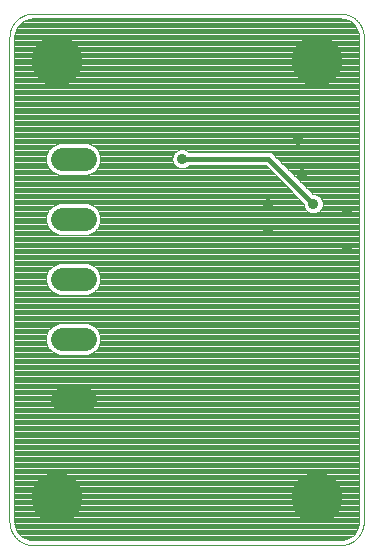
<source format=gbl>
G75*
%MOIN*%
%OFA0B0*%
%FSLAX25Y25*%
%IPPOS*%
%LPD*%
%AMOC8*
5,1,8,0,0,1.08239X$1,22.5*
%
%ADD10C,0.00394*%
%ADD11C,0.07677*%
%ADD12C,0.03562*%
%ADD13C,0.00400*%
%ADD14C,0.16992*%
%ADD15C,0.01600*%
D10*
X0033230Y0040429D02*
X0033230Y0201846D01*
X0033232Y0202036D01*
X0033239Y0202226D01*
X0033251Y0202416D01*
X0033267Y0202606D01*
X0033287Y0202795D01*
X0033313Y0202984D01*
X0033342Y0203172D01*
X0033377Y0203359D01*
X0033416Y0203545D01*
X0033459Y0203730D01*
X0033507Y0203915D01*
X0033559Y0204098D01*
X0033615Y0204279D01*
X0033676Y0204459D01*
X0033742Y0204638D01*
X0033811Y0204815D01*
X0033885Y0204991D01*
X0033963Y0205164D01*
X0034046Y0205336D01*
X0034132Y0205505D01*
X0034222Y0205673D01*
X0034317Y0205838D01*
X0034415Y0206001D01*
X0034518Y0206161D01*
X0034624Y0206319D01*
X0034734Y0206474D01*
X0034847Y0206627D01*
X0034965Y0206777D01*
X0035086Y0206923D01*
X0035210Y0207067D01*
X0035338Y0207208D01*
X0035469Y0207346D01*
X0035604Y0207481D01*
X0035742Y0207612D01*
X0035883Y0207740D01*
X0036027Y0207864D01*
X0036173Y0207985D01*
X0036323Y0208103D01*
X0036476Y0208216D01*
X0036631Y0208326D01*
X0036789Y0208432D01*
X0036949Y0208535D01*
X0037112Y0208633D01*
X0037277Y0208728D01*
X0037445Y0208818D01*
X0037614Y0208904D01*
X0037786Y0208987D01*
X0037959Y0209065D01*
X0038135Y0209139D01*
X0038312Y0209208D01*
X0038491Y0209274D01*
X0038671Y0209335D01*
X0038852Y0209391D01*
X0039035Y0209443D01*
X0039220Y0209491D01*
X0039405Y0209534D01*
X0039591Y0209573D01*
X0039778Y0209608D01*
X0039966Y0209637D01*
X0040155Y0209663D01*
X0040344Y0209683D01*
X0040534Y0209699D01*
X0040724Y0209711D01*
X0040914Y0209718D01*
X0041104Y0209720D01*
X0143466Y0209720D01*
X0143656Y0209718D01*
X0143846Y0209711D01*
X0144036Y0209699D01*
X0144226Y0209683D01*
X0144415Y0209663D01*
X0144604Y0209637D01*
X0144792Y0209608D01*
X0144979Y0209573D01*
X0145165Y0209534D01*
X0145350Y0209491D01*
X0145535Y0209443D01*
X0145718Y0209391D01*
X0145899Y0209335D01*
X0146079Y0209274D01*
X0146258Y0209208D01*
X0146435Y0209139D01*
X0146611Y0209065D01*
X0146784Y0208987D01*
X0146956Y0208904D01*
X0147125Y0208818D01*
X0147293Y0208728D01*
X0147458Y0208633D01*
X0147621Y0208535D01*
X0147781Y0208432D01*
X0147939Y0208326D01*
X0148094Y0208216D01*
X0148247Y0208103D01*
X0148397Y0207985D01*
X0148543Y0207864D01*
X0148687Y0207740D01*
X0148828Y0207612D01*
X0148966Y0207481D01*
X0149101Y0207346D01*
X0149232Y0207208D01*
X0149360Y0207067D01*
X0149484Y0206923D01*
X0149605Y0206777D01*
X0149723Y0206627D01*
X0149836Y0206474D01*
X0149946Y0206319D01*
X0150052Y0206161D01*
X0150155Y0206001D01*
X0150253Y0205838D01*
X0150348Y0205673D01*
X0150438Y0205505D01*
X0150524Y0205336D01*
X0150607Y0205164D01*
X0150685Y0204991D01*
X0150759Y0204815D01*
X0150828Y0204638D01*
X0150894Y0204459D01*
X0150955Y0204279D01*
X0151011Y0204098D01*
X0151063Y0203915D01*
X0151111Y0203730D01*
X0151154Y0203545D01*
X0151193Y0203359D01*
X0151228Y0203172D01*
X0151257Y0202984D01*
X0151283Y0202795D01*
X0151303Y0202606D01*
X0151319Y0202416D01*
X0151331Y0202226D01*
X0151338Y0202036D01*
X0151340Y0201846D01*
X0151340Y0040429D01*
X0151338Y0040239D01*
X0151331Y0040049D01*
X0151319Y0039859D01*
X0151303Y0039669D01*
X0151283Y0039480D01*
X0151257Y0039291D01*
X0151228Y0039103D01*
X0151193Y0038916D01*
X0151154Y0038730D01*
X0151111Y0038545D01*
X0151063Y0038360D01*
X0151011Y0038177D01*
X0150955Y0037996D01*
X0150894Y0037816D01*
X0150828Y0037637D01*
X0150759Y0037460D01*
X0150685Y0037284D01*
X0150607Y0037111D01*
X0150524Y0036939D01*
X0150438Y0036770D01*
X0150348Y0036602D01*
X0150253Y0036437D01*
X0150155Y0036274D01*
X0150052Y0036114D01*
X0149946Y0035956D01*
X0149836Y0035801D01*
X0149723Y0035648D01*
X0149605Y0035498D01*
X0149484Y0035352D01*
X0149360Y0035208D01*
X0149232Y0035067D01*
X0149101Y0034929D01*
X0148966Y0034794D01*
X0148828Y0034663D01*
X0148687Y0034535D01*
X0148543Y0034411D01*
X0148397Y0034290D01*
X0148247Y0034172D01*
X0148094Y0034059D01*
X0147939Y0033949D01*
X0147781Y0033843D01*
X0147621Y0033740D01*
X0147458Y0033642D01*
X0147293Y0033547D01*
X0147125Y0033457D01*
X0146956Y0033371D01*
X0146784Y0033288D01*
X0146611Y0033210D01*
X0146435Y0033136D01*
X0146258Y0033067D01*
X0146079Y0033001D01*
X0145899Y0032940D01*
X0145718Y0032884D01*
X0145535Y0032832D01*
X0145350Y0032784D01*
X0145165Y0032741D01*
X0144979Y0032702D01*
X0144792Y0032667D01*
X0144604Y0032638D01*
X0144415Y0032612D01*
X0144226Y0032592D01*
X0144036Y0032576D01*
X0143846Y0032564D01*
X0143656Y0032557D01*
X0143466Y0032555D01*
X0041104Y0032555D01*
X0040914Y0032557D01*
X0040724Y0032564D01*
X0040534Y0032576D01*
X0040344Y0032592D01*
X0040155Y0032612D01*
X0039966Y0032638D01*
X0039778Y0032667D01*
X0039591Y0032702D01*
X0039405Y0032741D01*
X0039220Y0032784D01*
X0039035Y0032832D01*
X0038852Y0032884D01*
X0038671Y0032940D01*
X0038491Y0033001D01*
X0038312Y0033067D01*
X0038135Y0033136D01*
X0037959Y0033210D01*
X0037786Y0033288D01*
X0037614Y0033371D01*
X0037445Y0033457D01*
X0037277Y0033547D01*
X0037112Y0033642D01*
X0036949Y0033740D01*
X0036789Y0033843D01*
X0036631Y0033949D01*
X0036476Y0034059D01*
X0036323Y0034172D01*
X0036173Y0034290D01*
X0036027Y0034411D01*
X0035883Y0034535D01*
X0035742Y0034663D01*
X0035604Y0034794D01*
X0035469Y0034929D01*
X0035338Y0035067D01*
X0035210Y0035208D01*
X0035086Y0035352D01*
X0034965Y0035498D01*
X0034847Y0035648D01*
X0034734Y0035801D01*
X0034624Y0035956D01*
X0034518Y0036114D01*
X0034415Y0036274D01*
X0034317Y0036437D01*
X0034222Y0036602D01*
X0034132Y0036770D01*
X0034046Y0036939D01*
X0033963Y0037111D01*
X0033885Y0037284D01*
X0033811Y0037460D01*
X0033742Y0037637D01*
X0033676Y0037816D01*
X0033615Y0037996D01*
X0033559Y0038177D01*
X0033507Y0038360D01*
X0033459Y0038545D01*
X0033416Y0038730D01*
X0033377Y0038916D01*
X0033342Y0039103D01*
X0033313Y0039291D01*
X0033287Y0039480D01*
X0033267Y0039669D01*
X0033251Y0039859D01*
X0033239Y0040049D01*
X0033232Y0040239D01*
X0033230Y0040429D01*
D11*
X0050642Y0081305D02*
X0058319Y0081305D01*
X0058319Y0101305D02*
X0050642Y0101305D01*
X0050642Y0121305D02*
X0058319Y0121305D01*
X0058319Y0141305D02*
X0050642Y0141305D01*
X0050642Y0161305D02*
X0058319Y0161305D01*
D12*
X0090730Y0161305D03*
X0119480Y0146305D03*
X0119480Y0137555D03*
X0130730Y0156305D03*
X0134480Y0146305D03*
X0145730Y0143805D03*
X0145730Y0131305D03*
X0129480Y0167555D03*
D13*
X0034904Y0039447D02*
X0035511Y0037579D01*
X0036666Y0035991D01*
X0038254Y0034836D01*
X0040122Y0034229D01*
X0041104Y0034152D01*
X0143466Y0034152D01*
X0144448Y0034229D01*
X0146316Y0034836D01*
X0147905Y0035991D01*
X0149059Y0037579D01*
X0149666Y0039447D01*
X0149744Y0040429D01*
X0149744Y0201846D01*
X0149666Y0202828D01*
X0149059Y0204696D01*
X0147905Y0206285D01*
X0146316Y0207439D01*
X0144448Y0208046D01*
X0143466Y0208124D01*
X0041104Y0208124D01*
X0040122Y0208046D01*
X0038254Y0207439D01*
X0036666Y0206285D01*
X0035511Y0204696D01*
X0034904Y0202828D01*
X0034827Y0201846D01*
X0034827Y0040429D01*
X0034904Y0039447D01*
X0034942Y0039330D02*
X0149628Y0039330D01*
X0149688Y0039728D02*
X0034882Y0039728D01*
X0034851Y0040127D02*
X0149720Y0040127D01*
X0149744Y0040525D02*
X0034827Y0040525D01*
X0034827Y0040924D02*
X0149744Y0040924D01*
X0149744Y0041322D02*
X0034827Y0041322D01*
X0034827Y0041721D02*
X0149744Y0041721D01*
X0149744Y0042119D02*
X0034827Y0042119D01*
X0034827Y0042518D02*
X0149744Y0042518D01*
X0149744Y0042916D02*
X0034827Y0042916D01*
X0034827Y0043315D02*
X0149744Y0043315D01*
X0149744Y0043713D02*
X0034827Y0043713D01*
X0034827Y0044112D02*
X0149744Y0044112D01*
X0149744Y0044510D02*
X0034827Y0044510D01*
X0034827Y0044909D02*
X0149744Y0044909D01*
X0149744Y0045307D02*
X0034827Y0045307D01*
X0034827Y0045706D02*
X0149744Y0045706D01*
X0149744Y0046105D02*
X0034827Y0046105D01*
X0034827Y0046503D02*
X0149744Y0046503D01*
X0149744Y0046902D02*
X0034827Y0046902D01*
X0034827Y0047300D02*
X0149744Y0047300D01*
X0149744Y0047699D02*
X0034827Y0047699D01*
X0034827Y0048097D02*
X0149744Y0048097D01*
X0149744Y0048496D02*
X0034827Y0048496D01*
X0034827Y0048894D02*
X0149744Y0048894D01*
X0149744Y0049293D02*
X0034827Y0049293D01*
X0034827Y0049691D02*
X0149744Y0049691D01*
X0149744Y0050090D02*
X0034827Y0050090D01*
X0034827Y0050488D02*
X0149744Y0050488D01*
X0149744Y0050887D02*
X0034827Y0050887D01*
X0034827Y0051285D02*
X0149744Y0051285D01*
X0149744Y0051684D02*
X0034827Y0051684D01*
X0034827Y0052082D02*
X0149744Y0052082D01*
X0149744Y0052481D02*
X0034827Y0052481D01*
X0034827Y0052879D02*
X0149744Y0052879D01*
X0149744Y0053278D02*
X0034827Y0053278D01*
X0034827Y0053676D02*
X0149744Y0053676D01*
X0149744Y0054075D02*
X0034827Y0054075D01*
X0034827Y0054473D02*
X0149744Y0054473D01*
X0149744Y0054872D02*
X0034827Y0054872D01*
X0034827Y0055270D02*
X0149744Y0055270D01*
X0149744Y0055669D02*
X0034827Y0055669D01*
X0034827Y0056067D02*
X0149744Y0056067D01*
X0149744Y0056466D02*
X0034827Y0056466D01*
X0034827Y0056864D02*
X0149744Y0056864D01*
X0149744Y0057263D02*
X0034827Y0057263D01*
X0034827Y0057661D02*
X0149744Y0057661D01*
X0149744Y0058060D02*
X0034827Y0058060D01*
X0034827Y0058458D02*
X0149744Y0058458D01*
X0149744Y0058857D02*
X0034827Y0058857D01*
X0034827Y0059255D02*
X0149744Y0059255D01*
X0149744Y0059654D02*
X0034827Y0059654D01*
X0034827Y0060052D02*
X0149744Y0060052D01*
X0149744Y0060451D02*
X0034827Y0060451D01*
X0034827Y0060849D02*
X0149744Y0060849D01*
X0149744Y0061248D02*
X0034827Y0061248D01*
X0034827Y0061646D02*
X0149744Y0061646D01*
X0149744Y0062045D02*
X0034827Y0062045D01*
X0034827Y0062443D02*
X0149744Y0062443D01*
X0149744Y0062842D02*
X0034827Y0062842D01*
X0034827Y0063241D02*
X0149744Y0063241D01*
X0149744Y0063639D02*
X0034827Y0063639D01*
X0034827Y0064038D02*
X0149744Y0064038D01*
X0149744Y0064436D02*
X0034827Y0064436D01*
X0034827Y0064835D02*
X0149744Y0064835D01*
X0149744Y0065233D02*
X0034827Y0065233D01*
X0034827Y0065632D02*
X0149744Y0065632D01*
X0149744Y0066030D02*
X0034827Y0066030D01*
X0034827Y0066429D02*
X0149744Y0066429D01*
X0149744Y0066827D02*
X0034827Y0066827D01*
X0034827Y0067226D02*
X0149744Y0067226D01*
X0149744Y0067624D02*
X0034827Y0067624D01*
X0034827Y0068023D02*
X0149744Y0068023D01*
X0149744Y0068421D02*
X0034827Y0068421D01*
X0034827Y0068820D02*
X0149744Y0068820D01*
X0149744Y0069218D02*
X0034827Y0069218D01*
X0034827Y0069617D02*
X0149744Y0069617D01*
X0149744Y0070015D02*
X0034827Y0070015D01*
X0034827Y0070414D02*
X0149744Y0070414D01*
X0149744Y0070812D02*
X0034827Y0070812D01*
X0034827Y0071211D02*
X0149744Y0071211D01*
X0149744Y0071609D02*
X0034827Y0071609D01*
X0034827Y0072008D02*
X0149744Y0072008D01*
X0149744Y0072406D02*
X0034827Y0072406D01*
X0034827Y0072805D02*
X0149744Y0072805D01*
X0149744Y0073203D02*
X0034827Y0073203D01*
X0034827Y0073602D02*
X0149744Y0073602D01*
X0149744Y0074000D02*
X0034827Y0074000D01*
X0034827Y0074399D02*
X0149744Y0074399D01*
X0149744Y0074797D02*
X0034827Y0074797D01*
X0034827Y0075196D02*
X0149744Y0075196D01*
X0149744Y0075594D02*
X0034827Y0075594D01*
X0034827Y0075993D02*
X0149744Y0075993D01*
X0149744Y0076391D02*
X0034827Y0076391D01*
X0034827Y0076790D02*
X0149744Y0076790D01*
X0149744Y0077188D02*
X0034827Y0077188D01*
X0034827Y0077587D02*
X0149744Y0077587D01*
X0149744Y0077985D02*
X0034827Y0077985D01*
X0034827Y0078384D02*
X0149744Y0078384D01*
X0149744Y0078782D02*
X0034827Y0078782D01*
X0034827Y0079181D02*
X0149744Y0079181D01*
X0149744Y0079579D02*
X0034827Y0079579D01*
X0034827Y0079978D02*
X0149744Y0079978D01*
X0149744Y0080376D02*
X0034827Y0080376D01*
X0034827Y0080775D02*
X0149744Y0080775D01*
X0149744Y0081174D02*
X0034827Y0081174D01*
X0034827Y0081572D02*
X0149744Y0081572D01*
X0149744Y0081971D02*
X0034827Y0081971D01*
X0034827Y0082369D02*
X0149744Y0082369D01*
X0149744Y0082768D02*
X0034827Y0082768D01*
X0034827Y0083166D02*
X0149744Y0083166D01*
X0149744Y0083565D02*
X0034827Y0083565D01*
X0034827Y0083963D02*
X0149744Y0083963D01*
X0149744Y0084362D02*
X0034827Y0084362D01*
X0034827Y0084760D02*
X0149744Y0084760D01*
X0149744Y0085159D02*
X0034827Y0085159D01*
X0034827Y0085557D02*
X0149744Y0085557D01*
X0149744Y0085956D02*
X0034827Y0085956D01*
X0034827Y0086354D02*
X0149744Y0086354D01*
X0149744Y0086753D02*
X0034827Y0086753D01*
X0034827Y0087151D02*
X0149744Y0087151D01*
X0149744Y0087550D02*
X0034827Y0087550D01*
X0034827Y0087948D02*
X0149744Y0087948D01*
X0149744Y0088347D02*
X0034827Y0088347D01*
X0034827Y0088745D02*
X0149744Y0088745D01*
X0149744Y0089144D02*
X0034827Y0089144D01*
X0034827Y0089542D02*
X0149744Y0089542D01*
X0149744Y0089941D02*
X0034827Y0089941D01*
X0034827Y0090339D02*
X0149744Y0090339D01*
X0149744Y0090738D02*
X0034827Y0090738D01*
X0034827Y0091136D02*
X0149744Y0091136D01*
X0149744Y0091535D02*
X0034827Y0091535D01*
X0034827Y0091933D02*
X0149744Y0091933D01*
X0149744Y0092332D02*
X0034827Y0092332D01*
X0034827Y0092730D02*
X0149744Y0092730D01*
X0149744Y0093129D02*
X0034827Y0093129D01*
X0034827Y0093527D02*
X0149744Y0093527D01*
X0149744Y0093926D02*
X0034827Y0093926D01*
X0034827Y0094324D02*
X0149744Y0094324D01*
X0149744Y0094723D02*
X0034827Y0094723D01*
X0034827Y0095121D02*
X0149744Y0095121D01*
X0149744Y0095520D02*
X0034827Y0095520D01*
X0034827Y0095918D02*
X0149744Y0095918D01*
X0149744Y0096317D02*
X0059965Y0096317D01*
X0059361Y0096067D02*
X0061286Y0096864D01*
X0062760Y0098338D01*
X0063557Y0100263D01*
X0063557Y0102347D01*
X0062760Y0104273D01*
X0061286Y0105746D01*
X0059361Y0106544D01*
X0049600Y0106544D01*
X0047674Y0105746D01*
X0046201Y0104273D01*
X0045403Y0102347D01*
X0045403Y0100263D01*
X0046201Y0098338D01*
X0047674Y0096864D01*
X0049600Y0096067D01*
X0059361Y0096067D01*
X0060927Y0096715D02*
X0149744Y0096715D01*
X0149744Y0097114D02*
X0061536Y0097114D01*
X0061935Y0097512D02*
X0149744Y0097512D01*
X0149744Y0097911D02*
X0062333Y0097911D01*
X0062732Y0098309D02*
X0149744Y0098309D01*
X0149744Y0098708D02*
X0062913Y0098708D01*
X0063078Y0099107D02*
X0149744Y0099107D01*
X0149744Y0099505D02*
X0063243Y0099505D01*
X0063408Y0099904D02*
X0149744Y0099904D01*
X0149744Y0100302D02*
X0063557Y0100302D01*
X0063557Y0100701D02*
X0149744Y0100701D01*
X0149744Y0101099D02*
X0063557Y0101099D01*
X0063557Y0101498D02*
X0149744Y0101498D01*
X0149744Y0101896D02*
X0063557Y0101896D01*
X0063557Y0102295D02*
X0149744Y0102295D01*
X0149744Y0102693D02*
X0063414Y0102693D01*
X0063249Y0103092D02*
X0149744Y0103092D01*
X0149744Y0103490D02*
X0063084Y0103490D01*
X0062919Y0103889D02*
X0149744Y0103889D01*
X0149744Y0104287D02*
X0062745Y0104287D01*
X0062347Y0104686D02*
X0149744Y0104686D01*
X0149744Y0105084D02*
X0061948Y0105084D01*
X0061550Y0105483D02*
X0149744Y0105483D01*
X0149744Y0105881D02*
X0060960Y0105881D01*
X0059998Y0106280D02*
X0149744Y0106280D01*
X0149744Y0106678D02*
X0034827Y0106678D01*
X0034827Y0106280D02*
X0048962Y0106280D01*
X0048000Y0105881D02*
X0034827Y0105881D01*
X0034827Y0105483D02*
X0047411Y0105483D01*
X0047012Y0105084D02*
X0034827Y0105084D01*
X0034827Y0104686D02*
X0046614Y0104686D01*
X0046215Y0104287D02*
X0034827Y0104287D01*
X0034827Y0103889D02*
X0046042Y0103889D01*
X0045876Y0103490D02*
X0034827Y0103490D01*
X0034827Y0103092D02*
X0045711Y0103092D01*
X0045546Y0102693D02*
X0034827Y0102693D01*
X0034827Y0102295D02*
X0045403Y0102295D01*
X0045403Y0101896D02*
X0034827Y0101896D01*
X0034827Y0101498D02*
X0045403Y0101498D01*
X0045403Y0101099D02*
X0034827Y0101099D01*
X0034827Y0100701D02*
X0045403Y0100701D01*
X0045403Y0100302D02*
X0034827Y0100302D01*
X0034827Y0099904D02*
X0045552Y0099904D01*
X0045717Y0099505D02*
X0034827Y0099505D01*
X0034827Y0099107D02*
X0045882Y0099107D01*
X0046047Y0098708D02*
X0034827Y0098708D01*
X0034827Y0098309D02*
X0046229Y0098309D01*
X0046627Y0097911D02*
X0034827Y0097911D01*
X0034827Y0097512D02*
X0047026Y0097512D01*
X0047424Y0097114D02*
X0034827Y0097114D01*
X0034827Y0096715D02*
X0048033Y0096715D01*
X0048995Y0096317D02*
X0034827Y0096317D01*
X0034827Y0107077D02*
X0149744Y0107077D01*
X0149744Y0107475D02*
X0034827Y0107475D01*
X0034827Y0107874D02*
X0149744Y0107874D01*
X0149744Y0108272D02*
X0034827Y0108272D01*
X0034827Y0108671D02*
X0149744Y0108671D01*
X0149744Y0109069D02*
X0034827Y0109069D01*
X0034827Y0109468D02*
X0149744Y0109468D01*
X0149744Y0109866D02*
X0034827Y0109866D01*
X0034827Y0110265D02*
X0149744Y0110265D01*
X0149744Y0110663D02*
X0034827Y0110663D01*
X0034827Y0111062D02*
X0149744Y0111062D01*
X0149744Y0111460D02*
X0034827Y0111460D01*
X0034827Y0111859D02*
X0149744Y0111859D01*
X0149744Y0112257D02*
X0034827Y0112257D01*
X0034827Y0112656D02*
X0149744Y0112656D01*
X0149744Y0113054D02*
X0034827Y0113054D01*
X0034827Y0113453D02*
X0149744Y0113453D01*
X0149744Y0113851D02*
X0034827Y0113851D01*
X0034827Y0114250D02*
X0149744Y0114250D01*
X0149744Y0114648D02*
X0034827Y0114648D01*
X0034827Y0115047D02*
X0149744Y0115047D01*
X0149744Y0115445D02*
X0034827Y0115445D01*
X0034827Y0115844D02*
X0149744Y0115844D01*
X0149744Y0116243D02*
X0059786Y0116243D01*
X0059361Y0116067D02*
X0061286Y0116864D01*
X0062760Y0118338D01*
X0063557Y0120263D01*
X0063557Y0122347D01*
X0062760Y0124273D01*
X0061286Y0125746D01*
X0059361Y0126544D01*
X0049600Y0126544D01*
X0047674Y0125746D01*
X0046201Y0124273D01*
X0045403Y0122347D01*
X0045403Y0120263D01*
X0046201Y0118338D01*
X0047674Y0116864D01*
X0049600Y0116067D01*
X0059361Y0116067D01*
X0060748Y0116641D02*
X0149744Y0116641D01*
X0149744Y0117040D02*
X0061462Y0117040D01*
X0061860Y0117438D02*
X0149744Y0117438D01*
X0149744Y0117837D02*
X0062259Y0117837D01*
X0062657Y0118235D02*
X0149744Y0118235D01*
X0149744Y0118634D02*
X0062882Y0118634D01*
X0063047Y0119032D02*
X0149744Y0119032D01*
X0149744Y0119431D02*
X0063212Y0119431D01*
X0063378Y0119829D02*
X0149744Y0119829D01*
X0149744Y0120228D02*
X0063543Y0120228D01*
X0063557Y0120626D02*
X0149744Y0120626D01*
X0149744Y0121025D02*
X0063557Y0121025D01*
X0063557Y0121423D02*
X0149744Y0121423D01*
X0149744Y0121822D02*
X0063557Y0121822D01*
X0063557Y0122220D02*
X0149744Y0122220D01*
X0149744Y0122619D02*
X0063445Y0122619D01*
X0063280Y0123017D02*
X0149744Y0123017D01*
X0149744Y0123416D02*
X0063115Y0123416D01*
X0062950Y0123814D02*
X0149744Y0123814D01*
X0149744Y0124213D02*
X0062785Y0124213D01*
X0062421Y0124611D02*
X0149744Y0124611D01*
X0149744Y0125010D02*
X0062023Y0125010D01*
X0061624Y0125408D02*
X0149744Y0125408D01*
X0149744Y0125807D02*
X0061140Y0125807D01*
X0060178Y0126205D02*
X0149744Y0126205D01*
X0149744Y0126604D02*
X0034827Y0126604D01*
X0034827Y0127002D02*
X0149744Y0127002D01*
X0149744Y0127401D02*
X0034827Y0127401D01*
X0034827Y0127799D02*
X0149744Y0127799D01*
X0149744Y0128198D02*
X0034827Y0128198D01*
X0034827Y0128596D02*
X0149744Y0128596D01*
X0149744Y0128995D02*
X0034827Y0128995D01*
X0034827Y0129393D02*
X0149744Y0129393D01*
X0149744Y0129792D02*
X0034827Y0129792D01*
X0034827Y0130190D02*
X0149744Y0130190D01*
X0149744Y0130589D02*
X0034827Y0130589D01*
X0034827Y0130987D02*
X0149744Y0130987D01*
X0149744Y0131386D02*
X0034827Y0131386D01*
X0034827Y0131784D02*
X0149744Y0131784D01*
X0149744Y0132183D02*
X0034827Y0132183D01*
X0034827Y0132581D02*
X0149744Y0132581D01*
X0149744Y0132980D02*
X0034827Y0132980D01*
X0034827Y0133378D02*
X0149744Y0133378D01*
X0149744Y0133777D02*
X0034827Y0133777D01*
X0034827Y0134176D02*
X0149744Y0134176D01*
X0149744Y0134574D02*
X0034827Y0134574D01*
X0034827Y0134973D02*
X0149744Y0134973D01*
X0149744Y0135371D02*
X0034827Y0135371D01*
X0034827Y0135770D02*
X0149744Y0135770D01*
X0149744Y0136168D02*
X0059606Y0136168D01*
X0059361Y0136067D02*
X0061286Y0136864D01*
X0062760Y0138338D01*
X0063557Y0140263D01*
X0063557Y0142347D01*
X0062760Y0144273D01*
X0061286Y0145746D01*
X0059361Y0146544D01*
X0049600Y0146544D01*
X0047674Y0145746D01*
X0046201Y0144273D01*
X0045403Y0142347D01*
X0045403Y0140263D01*
X0046201Y0138338D01*
X0047674Y0136864D01*
X0049600Y0136067D01*
X0059361Y0136067D01*
X0060568Y0136567D02*
X0149744Y0136567D01*
X0149744Y0136965D02*
X0061387Y0136965D01*
X0061786Y0137364D02*
X0149744Y0137364D01*
X0149744Y0137762D02*
X0062184Y0137762D01*
X0062583Y0138161D02*
X0149744Y0138161D01*
X0149744Y0138559D02*
X0062852Y0138559D01*
X0063017Y0138958D02*
X0149744Y0138958D01*
X0149744Y0139356D02*
X0063182Y0139356D01*
X0063347Y0139755D02*
X0149744Y0139755D01*
X0149744Y0140153D02*
X0063512Y0140153D01*
X0063557Y0140552D02*
X0149744Y0140552D01*
X0149744Y0140950D02*
X0063557Y0140950D01*
X0063557Y0141349D02*
X0149744Y0141349D01*
X0149744Y0141747D02*
X0063557Y0141747D01*
X0063557Y0142146D02*
X0149744Y0142146D01*
X0149744Y0142544D02*
X0063476Y0142544D01*
X0063311Y0142943D02*
X0149744Y0142943D01*
X0149744Y0143341D02*
X0135637Y0143341D01*
X0135113Y0143124D02*
X0133847Y0143124D01*
X0132678Y0143608D01*
X0131783Y0144503D01*
X0131299Y0145672D01*
X0131299Y0146375D01*
X0118569Y0159105D01*
X0093029Y0159105D01*
X0092532Y0158608D01*
X0091363Y0158124D01*
X0090097Y0158124D01*
X0088928Y0158608D01*
X0088033Y0159503D01*
X0087549Y0160672D01*
X0087549Y0161938D01*
X0088033Y0163107D01*
X0088928Y0164002D01*
X0090097Y0164486D01*
X0091363Y0164486D01*
X0092532Y0164002D01*
X0093029Y0163505D01*
X0120391Y0163505D01*
X0121680Y0162216D01*
X0134410Y0149486D01*
X0135113Y0149486D01*
X0136282Y0149002D01*
X0137177Y0148107D01*
X0137661Y0146938D01*
X0137661Y0145672D01*
X0137177Y0144503D01*
X0136282Y0143608D01*
X0135113Y0143124D01*
X0136414Y0143740D02*
X0149744Y0143740D01*
X0149744Y0144138D02*
X0136812Y0144138D01*
X0137191Y0144537D02*
X0149744Y0144537D01*
X0149744Y0144935D02*
X0137356Y0144935D01*
X0137521Y0145334D02*
X0149744Y0145334D01*
X0149744Y0145732D02*
X0137661Y0145732D01*
X0137661Y0146131D02*
X0149744Y0146131D01*
X0149744Y0146529D02*
X0137661Y0146529D01*
X0137661Y0146928D02*
X0149744Y0146928D01*
X0149744Y0147326D02*
X0137500Y0147326D01*
X0137335Y0147725D02*
X0149744Y0147725D01*
X0149744Y0148123D02*
X0137161Y0148123D01*
X0136762Y0148522D02*
X0149744Y0148522D01*
X0149744Y0148920D02*
X0136364Y0148920D01*
X0135517Y0149319D02*
X0149744Y0149319D01*
X0149744Y0149717D02*
X0134179Y0149717D01*
X0133781Y0150116D02*
X0149744Y0150116D01*
X0149744Y0150514D02*
X0133382Y0150514D01*
X0132984Y0150913D02*
X0149744Y0150913D01*
X0149744Y0151312D02*
X0132585Y0151312D01*
X0132187Y0151710D02*
X0149744Y0151710D01*
X0149744Y0152109D02*
X0131788Y0152109D01*
X0131390Y0152507D02*
X0149744Y0152507D01*
X0149744Y0152906D02*
X0130991Y0152906D01*
X0130593Y0153304D02*
X0149744Y0153304D01*
X0149744Y0153703D02*
X0130194Y0153703D01*
X0129795Y0154101D02*
X0149744Y0154101D01*
X0149744Y0154500D02*
X0129397Y0154500D01*
X0128998Y0154898D02*
X0149744Y0154898D01*
X0149744Y0155297D02*
X0128600Y0155297D01*
X0128201Y0155695D02*
X0149744Y0155695D01*
X0149744Y0156094D02*
X0127803Y0156094D01*
X0127404Y0156492D02*
X0149744Y0156492D01*
X0149744Y0156891D02*
X0127006Y0156891D01*
X0126607Y0157289D02*
X0149744Y0157289D01*
X0149744Y0157688D02*
X0126209Y0157688D01*
X0125810Y0158086D02*
X0149744Y0158086D01*
X0149744Y0158485D02*
X0125412Y0158485D01*
X0125013Y0158883D02*
X0149744Y0158883D01*
X0149744Y0159282D02*
X0124615Y0159282D01*
X0124216Y0159680D02*
X0149744Y0159680D01*
X0149744Y0160079D02*
X0123818Y0160079D01*
X0123419Y0160477D02*
X0149744Y0160477D01*
X0149744Y0160876D02*
X0123021Y0160876D01*
X0122622Y0161274D02*
X0149744Y0161274D01*
X0149744Y0161673D02*
X0122224Y0161673D01*
X0121825Y0162071D02*
X0149744Y0162071D01*
X0149744Y0162470D02*
X0121427Y0162470D01*
X0121028Y0162868D02*
X0149744Y0162868D01*
X0149744Y0163267D02*
X0120630Y0163267D01*
X0118791Y0158883D02*
X0092807Y0158883D01*
X0092234Y0158485D02*
X0119189Y0158485D01*
X0119588Y0158086D02*
X0062508Y0158086D01*
X0062760Y0158338D02*
X0061286Y0156864D01*
X0059361Y0156067D01*
X0049600Y0156067D01*
X0047674Y0156864D01*
X0046201Y0158338D01*
X0045403Y0160263D01*
X0045403Y0162347D01*
X0046201Y0164273D01*
X0047674Y0165746D01*
X0049600Y0166544D01*
X0059361Y0166544D01*
X0061286Y0165746D01*
X0062760Y0164273D01*
X0063557Y0162347D01*
X0063557Y0160263D01*
X0062760Y0158338D01*
X0062821Y0158485D02*
X0089227Y0158485D01*
X0088653Y0158883D02*
X0062986Y0158883D01*
X0063151Y0159282D02*
X0088255Y0159282D01*
X0087960Y0159680D02*
X0063316Y0159680D01*
X0063481Y0160079D02*
X0087795Y0160079D01*
X0087630Y0160477D02*
X0063557Y0160477D01*
X0063557Y0160876D02*
X0087549Y0160876D01*
X0087549Y0161274D02*
X0063557Y0161274D01*
X0063557Y0161673D02*
X0087549Y0161673D01*
X0087604Y0162071D02*
X0063557Y0162071D01*
X0063507Y0162470D02*
X0087769Y0162470D01*
X0087934Y0162868D02*
X0063341Y0162868D01*
X0063176Y0163267D02*
X0088193Y0163267D01*
X0088592Y0163665D02*
X0063011Y0163665D01*
X0062846Y0164064D02*
X0089078Y0164064D01*
X0090040Y0164462D02*
X0062570Y0164462D01*
X0062171Y0164861D02*
X0149744Y0164861D01*
X0149744Y0165259D02*
X0061773Y0165259D01*
X0061374Y0165658D02*
X0149744Y0165658D01*
X0149744Y0166056D02*
X0060537Y0166056D01*
X0059575Y0166455D02*
X0149744Y0166455D01*
X0149744Y0166853D02*
X0034827Y0166853D01*
X0034827Y0166455D02*
X0049385Y0166455D01*
X0048423Y0166056D02*
X0034827Y0166056D01*
X0034827Y0165658D02*
X0047586Y0165658D01*
X0047187Y0165259D02*
X0034827Y0165259D01*
X0034827Y0164861D02*
X0046789Y0164861D01*
X0046390Y0164462D02*
X0034827Y0164462D01*
X0034827Y0164064D02*
X0046114Y0164064D01*
X0045949Y0163665D02*
X0034827Y0163665D01*
X0034827Y0163267D02*
X0045784Y0163267D01*
X0045619Y0162868D02*
X0034827Y0162868D01*
X0034827Y0162470D02*
X0045454Y0162470D01*
X0045403Y0162071D02*
X0034827Y0162071D01*
X0034827Y0161673D02*
X0045403Y0161673D01*
X0045403Y0161274D02*
X0034827Y0161274D01*
X0034827Y0160876D02*
X0045403Y0160876D01*
X0045403Y0160477D02*
X0034827Y0160477D01*
X0034827Y0160079D02*
X0045479Y0160079D01*
X0045644Y0159680D02*
X0034827Y0159680D01*
X0034827Y0159282D02*
X0045810Y0159282D01*
X0045975Y0158883D02*
X0034827Y0158883D01*
X0034827Y0158485D02*
X0046140Y0158485D01*
X0046452Y0158086D02*
X0034827Y0158086D01*
X0034827Y0157688D02*
X0046851Y0157688D01*
X0047249Y0157289D02*
X0034827Y0157289D01*
X0034827Y0156891D02*
X0047648Y0156891D01*
X0048572Y0156492D02*
X0034827Y0156492D01*
X0034827Y0156094D02*
X0049534Y0156094D01*
X0049565Y0146529D02*
X0034827Y0146529D01*
X0034827Y0146131D02*
X0048603Y0146131D01*
X0047660Y0145732D02*
X0034827Y0145732D01*
X0034827Y0145334D02*
X0047262Y0145334D01*
X0046863Y0144935D02*
X0034827Y0144935D01*
X0034827Y0144537D02*
X0046465Y0144537D01*
X0046145Y0144138D02*
X0034827Y0144138D01*
X0034827Y0143740D02*
X0045980Y0143740D01*
X0045815Y0143341D02*
X0034827Y0143341D01*
X0034827Y0142943D02*
X0045650Y0142943D01*
X0045485Y0142544D02*
X0034827Y0142544D01*
X0034827Y0142146D02*
X0045403Y0142146D01*
X0045403Y0141747D02*
X0034827Y0141747D01*
X0034827Y0141349D02*
X0045403Y0141349D01*
X0045403Y0140950D02*
X0034827Y0140950D01*
X0034827Y0140552D02*
X0045403Y0140552D01*
X0045449Y0140153D02*
X0034827Y0140153D01*
X0034827Y0139755D02*
X0045614Y0139755D01*
X0045779Y0139356D02*
X0034827Y0139356D01*
X0034827Y0138958D02*
X0045944Y0138958D01*
X0046109Y0138559D02*
X0034827Y0138559D01*
X0034827Y0138161D02*
X0046378Y0138161D01*
X0046776Y0137762D02*
X0034827Y0137762D01*
X0034827Y0137364D02*
X0047175Y0137364D01*
X0047573Y0136965D02*
X0034827Y0136965D01*
X0034827Y0136567D02*
X0048392Y0136567D01*
X0049354Y0136168D02*
X0034827Y0136168D01*
X0034827Y0146928D02*
X0130746Y0146928D01*
X0130348Y0147326D02*
X0034827Y0147326D01*
X0034827Y0147725D02*
X0129949Y0147725D01*
X0129551Y0148123D02*
X0034827Y0148123D01*
X0034827Y0148522D02*
X0129152Y0148522D01*
X0128754Y0148920D02*
X0034827Y0148920D01*
X0034827Y0149319D02*
X0128355Y0149319D01*
X0127957Y0149717D02*
X0034827Y0149717D01*
X0034827Y0150116D02*
X0127558Y0150116D01*
X0127160Y0150514D02*
X0034827Y0150514D01*
X0034827Y0150913D02*
X0126761Y0150913D01*
X0126363Y0151312D02*
X0034827Y0151312D01*
X0034827Y0151710D02*
X0125964Y0151710D01*
X0125566Y0152109D02*
X0034827Y0152109D01*
X0034827Y0152507D02*
X0125167Y0152507D01*
X0124768Y0152906D02*
X0034827Y0152906D01*
X0034827Y0153304D02*
X0124370Y0153304D01*
X0123971Y0153703D02*
X0034827Y0153703D01*
X0034827Y0154101D02*
X0123573Y0154101D01*
X0123174Y0154500D02*
X0034827Y0154500D01*
X0034827Y0154898D02*
X0122776Y0154898D01*
X0122377Y0155297D02*
X0034827Y0155297D01*
X0034827Y0155695D02*
X0121979Y0155695D01*
X0121580Y0156094D02*
X0059426Y0156094D01*
X0060388Y0156492D02*
X0121182Y0156492D01*
X0120783Y0156891D02*
X0061313Y0156891D01*
X0061711Y0157289D02*
X0120385Y0157289D01*
X0119986Y0157688D02*
X0062110Y0157688D01*
X0059395Y0146529D02*
X0131145Y0146529D01*
X0131299Y0146131D02*
X0060357Y0146131D01*
X0061300Y0145732D02*
X0131299Y0145732D01*
X0131439Y0145334D02*
X0061699Y0145334D01*
X0062097Y0144935D02*
X0131604Y0144935D01*
X0131769Y0144537D02*
X0062496Y0144537D01*
X0062815Y0144138D02*
X0132148Y0144138D01*
X0132547Y0143740D02*
X0062980Y0143740D01*
X0063146Y0143341D02*
X0133323Y0143341D01*
X0149744Y0163665D02*
X0092869Y0163665D01*
X0092383Y0164064D02*
X0149744Y0164064D01*
X0149744Y0164462D02*
X0091421Y0164462D01*
X0048783Y0126205D02*
X0034827Y0126205D01*
X0034827Y0125807D02*
X0047820Y0125807D01*
X0047336Y0125408D02*
X0034827Y0125408D01*
X0034827Y0125010D02*
X0046938Y0125010D01*
X0046539Y0124611D02*
X0034827Y0124611D01*
X0034827Y0124213D02*
X0046176Y0124213D01*
X0046011Y0123814D02*
X0034827Y0123814D01*
X0034827Y0123416D02*
X0045846Y0123416D01*
X0045681Y0123017D02*
X0034827Y0123017D01*
X0034827Y0122619D02*
X0045516Y0122619D01*
X0045403Y0122220D02*
X0034827Y0122220D01*
X0034827Y0121822D02*
X0045403Y0121822D01*
X0045403Y0121423D02*
X0034827Y0121423D01*
X0034827Y0121025D02*
X0045403Y0121025D01*
X0045403Y0120626D02*
X0034827Y0120626D01*
X0034827Y0120228D02*
X0045418Y0120228D01*
X0045583Y0119829D02*
X0034827Y0119829D01*
X0034827Y0119431D02*
X0045748Y0119431D01*
X0045913Y0119032D02*
X0034827Y0119032D01*
X0034827Y0118634D02*
X0046078Y0118634D01*
X0046303Y0118235D02*
X0034827Y0118235D01*
X0034827Y0117837D02*
X0046702Y0117837D01*
X0047100Y0117438D02*
X0034827Y0117438D01*
X0034827Y0117040D02*
X0047499Y0117040D01*
X0048213Y0116641D02*
X0034827Y0116641D01*
X0034827Y0116243D02*
X0049175Y0116243D01*
X0034827Y0167252D02*
X0149744Y0167252D01*
X0149744Y0167650D02*
X0034827Y0167650D01*
X0034827Y0168049D02*
X0149744Y0168049D01*
X0149744Y0168447D02*
X0034827Y0168447D01*
X0034827Y0168846D02*
X0149744Y0168846D01*
X0149744Y0169245D02*
X0034827Y0169245D01*
X0034827Y0169643D02*
X0149744Y0169643D01*
X0149744Y0170042D02*
X0034827Y0170042D01*
X0034827Y0170440D02*
X0149744Y0170440D01*
X0149744Y0170839D02*
X0034827Y0170839D01*
X0034827Y0171237D02*
X0149744Y0171237D01*
X0149744Y0171636D02*
X0034827Y0171636D01*
X0034827Y0172034D02*
X0149744Y0172034D01*
X0149744Y0172433D02*
X0034827Y0172433D01*
X0034827Y0172831D02*
X0149744Y0172831D01*
X0149744Y0173230D02*
X0034827Y0173230D01*
X0034827Y0173628D02*
X0149744Y0173628D01*
X0149744Y0174027D02*
X0034827Y0174027D01*
X0034827Y0174425D02*
X0149744Y0174425D01*
X0149744Y0174824D02*
X0034827Y0174824D01*
X0034827Y0175222D02*
X0149744Y0175222D01*
X0149744Y0175621D02*
X0034827Y0175621D01*
X0034827Y0176019D02*
X0149744Y0176019D01*
X0149744Y0176418D02*
X0034827Y0176418D01*
X0034827Y0176816D02*
X0149744Y0176816D01*
X0149744Y0177215D02*
X0034827Y0177215D01*
X0034827Y0177613D02*
X0149744Y0177613D01*
X0149744Y0178012D02*
X0034827Y0178012D01*
X0034827Y0178410D02*
X0149744Y0178410D01*
X0149744Y0178809D02*
X0034827Y0178809D01*
X0034827Y0179207D02*
X0149744Y0179207D01*
X0149744Y0179606D02*
X0034827Y0179606D01*
X0034827Y0180004D02*
X0149744Y0180004D01*
X0149744Y0180403D02*
X0034827Y0180403D01*
X0034827Y0180801D02*
X0149744Y0180801D01*
X0149744Y0181200D02*
X0034827Y0181200D01*
X0034827Y0181598D02*
X0149744Y0181598D01*
X0149744Y0181997D02*
X0034827Y0181997D01*
X0034827Y0182395D02*
X0149744Y0182395D01*
X0149744Y0182794D02*
X0034827Y0182794D01*
X0034827Y0183192D02*
X0149744Y0183192D01*
X0149744Y0183591D02*
X0034827Y0183591D01*
X0034827Y0183989D02*
X0149744Y0183989D01*
X0149744Y0184388D02*
X0034827Y0184388D01*
X0034827Y0184786D02*
X0149744Y0184786D01*
X0149744Y0185185D02*
X0034827Y0185185D01*
X0034827Y0185583D02*
X0149744Y0185583D01*
X0149744Y0185982D02*
X0034827Y0185982D01*
X0034827Y0186380D02*
X0149744Y0186380D01*
X0149744Y0186779D02*
X0034827Y0186779D01*
X0034827Y0187178D02*
X0149744Y0187178D01*
X0149744Y0187576D02*
X0034827Y0187576D01*
X0034827Y0187975D02*
X0149744Y0187975D01*
X0149744Y0188373D02*
X0034827Y0188373D01*
X0034827Y0188772D02*
X0149744Y0188772D01*
X0149744Y0189170D02*
X0034827Y0189170D01*
X0034827Y0189569D02*
X0149744Y0189569D01*
X0149744Y0189967D02*
X0034827Y0189967D01*
X0034827Y0190366D02*
X0149744Y0190366D01*
X0149744Y0190764D02*
X0034827Y0190764D01*
X0034827Y0191163D02*
X0149744Y0191163D01*
X0149744Y0191561D02*
X0034827Y0191561D01*
X0034827Y0191960D02*
X0149744Y0191960D01*
X0149744Y0192358D02*
X0034827Y0192358D01*
X0034827Y0192757D02*
X0149744Y0192757D01*
X0149744Y0193155D02*
X0034827Y0193155D01*
X0034827Y0193554D02*
X0149744Y0193554D01*
X0149744Y0193952D02*
X0034827Y0193952D01*
X0034827Y0194351D02*
X0149744Y0194351D01*
X0149744Y0194749D02*
X0034827Y0194749D01*
X0034827Y0195148D02*
X0149744Y0195148D01*
X0149744Y0195546D02*
X0034827Y0195546D01*
X0034827Y0195945D02*
X0149744Y0195945D01*
X0149744Y0196343D02*
X0034827Y0196343D01*
X0034827Y0196742D02*
X0149744Y0196742D01*
X0149744Y0197140D02*
X0034827Y0197140D01*
X0034827Y0197539D02*
X0149744Y0197539D01*
X0149744Y0197937D02*
X0034827Y0197937D01*
X0034827Y0198336D02*
X0149744Y0198336D01*
X0149744Y0198734D02*
X0034827Y0198734D01*
X0034827Y0199133D02*
X0149744Y0199133D01*
X0149744Y0199531D02*
X0034827Y0199531D01*
X0034827Y0199930D02*
X0149744Y0199930D01*
X0149744Y0200328D02*
X0034827Y0200328D01*
X0034827Y0200727D02*
X0149744Y0200727D01*
X0149744Y0201125D02*
X0034827Y0201125D01*
X0034827Y0201524D02*
X0149744Y0201524D01*
X0149738Y0201922D02*
X0034833Y0201922D01*
X0034864Y0202321D02*
X0149706Y0202321D01*
X0149675Y0202719D02*
X0034896Y0202719D01*
X0034998Y0203118D02*
X0149572Y0203118D01*
X0149443Y0203516D02*
X0035128Y0203516D01*
X0035257Y0203915D02*
X0149313Y0203915D01*
X0149184Y0204314D02*
X0035387Y0204314D01*
X0035523Y0204712D02*
X0149048Y0204712D01*
X0148758Y0205111D02*
X0035812Y0205111D01*
X0036102Y0205509D02*
X0148469Y0205509D01*
X0148179Y0205908D02*
X0036391Y0205908D01*
X0036694Y0206306D02*
X0147876Y0206306D01*
X0147328Y0206705D02*
X0037243Y0206705D01*
X0037791Y0207103D02*
X0146779Y0207103D01*
X0146125Y0207502D02*
X0038446Y0207502D01*
X0039672Y0207900D02*
X0144898Y0207900D01*
X0149499Y0038931D02*
X0035072Y0038931D01*
X0035201Y0038533D02*
X0149369Y0038533D01*
X0149240Y0038134D02*
X0035331Y0038134D01*
X0035460Y0037736D02*
X0149110Y0037736D01*
X0148884Y0037337D02*
X0035687Y0037337D01*
X0035977Y0036939D02*
X0148594Y0036939D01*
X0148304Y0036540D02*
X0036266Y0036540D01*
X0036556Y0036142D02*
X0148015Y0036142D01*
X0147565Y0035743D02*
X0037006Y0035743D01*
X0037554Y0035345D02*
X0147016Y0035345D01*
X0146468Y0034946D02*
X0038103Y0034946D01*
X0039142Y0034548D02*
X0145428Y0034548D01*
D14*
X0135592Y0048303D03*
X0048978Y0048303D03*
X0048978Y0193972D03*
X0135592Y0193972D03*
D15*
X0119480Y0161305D02*
X0090730Y0161305D01*
X0119480Y0161305D02*
X0134480Y0146305D01*
M02*

</source>
